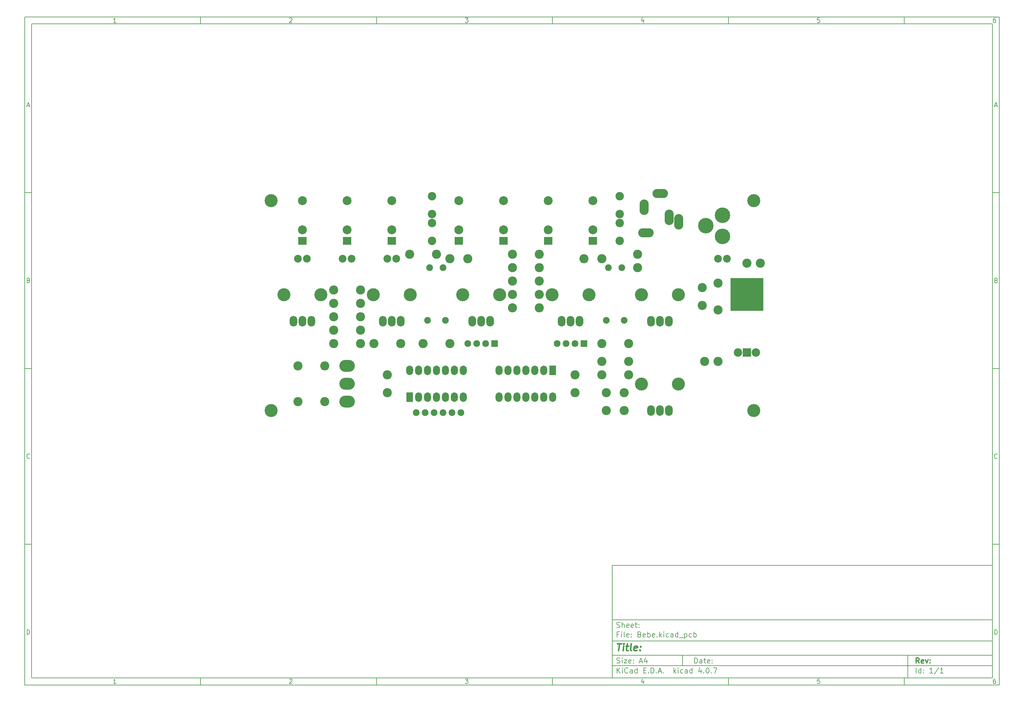
<source format=gbr>
G04 #@! TF.FileFunction,Soldermask,Bot*
%FSLAX46Y46*%
G04 Gerber Fmt 4.6, Leading zero omitted, Abs format (unit mm)*
G04 Created by KiCad (PCBNEW 4.0.7) date 12/03/19 08:57:21*
%MOMM*%
%LPD*%
G01*
G04 APERTURE LIST*
%ADD10C,0.100000*%
%ADD11C,0.150000*%
%ADD12C,0.300000*%
%ADD13C,0.400000*%
%ADD14O,4.400000X3.400000*%
%ADD15C,2.530000*%
%ADD16R,2.330000X2.230000*%
%ADD17C,2.600000*%
%ADD18R,1.974800X2.686000*%
%ADD19O,1.974800X2.686000*%
%ADD20R,1.920000X1.920000*%
%ADD21C,1.920000*%
%ADD22C,3.700000*%
%ADD23R,9.290000X9.290000*%
%ADD24C,2.400000*%
%ADD25R,2.400000X2.400000*%
%ADD26O,2.600000X4.400000*%
%ADD27O,4.400000X2.600000*%
%ADD28C,2.200000*%
%ADD29C,1.900000*%
%ADD30O,2.200000X3.000000*%
%ADD31C,4.400000*%
G04 APERTURE END LIST*
D10*
D11*
X177002200Y-166007200D02*
X177002200Y-198007200D01*
X285002200Y-198007200D01*
X285002200Y-166007200D01*
X177002200Y-166007200D01*
D10*
D11*
X10000000Y-10000000D02*
X10000000Y-200007200D01*
X287002200Y-200007200D01*
X287002200Y-10000000D01*
X10000000Y-10000000D01*
D10*
D11*
X12000000Y-12000000D02*
X12000000Y-198007200D01*
X285002200Y-198007200D01*
X285002200Y-12000000D01*
X12000000Y-12000000D01*
D10*
D11*
X60000000Y-12000000D02*
X60000000Y-10000000D01*
D10*
D11*
X110000000Y-12000000D02*
X110000000Y-10000000D01*
D10*
D11*
X160000000Y-12000000D02*
X160000000Y-10000000D01*
D10*
D11*
X210000000Y-12000000D02*
X210000000Y-10000000D01*
D10*
D11*
X260000000Y-12000000D02*
X260000000Y-10000000D01*
D10*
D11*
X35990476Y-11588095D02*
X35247619Y-11588095D01*
X35619048Y-11588095D02*
X35619048Y-10288095D01*
X35495238Y-10473810D01*
X35371429Y-10597619D01*
X35247619Y-10659524D01*
D10*
D11*
X85247619Y-10411905D02*
X85309524Y-10350000D01*
X85433333Y-10288095D01*
X85742857Y-10288095D01*
X85866667Y-10350000D01*
X85928571Y-10411905D01*
X85990476Y-10535714D01*
X85990476Y-10659524D01*
X85928571Y-10845238D01*
X85185714Y-11588095D01*
X85990476Y-11588095D01*
D10*
D11*
X135185714Y-10288095D02*
X135990476Y-10288095D01*
X135557143Y-10783333D01*
X135742857Y-10783333D01*
X135866667Y-10845238D01*
X135928571Y-10907143D01*
X135990476Y-11030952D01*
X135990476Y-11340476D01*
X135928571Y-11464286D01*
X135866667Y-11526190D01*
X135742857Y-11588095D01*
X135371429Y-11588095D01*
X135247619Y-11526190D01*
X135185714Y-11464286D01*
D10*
D11*
X185866667Y-10721429D02*
X185866667Y-11588095D01*
X185557143Y-10226190D02*
X185247619Y-11154762D01*
X186052381Y-11154762D01*
D10*
D11*
X235928571Y-10288095D02*
X235309524Y-10288095D01*
X235247619Y-10907143D01*
X235309524Y-10845238D01*
X235433333Y-10783333D01*
X235742857Y-10783333D01*
X235866667Y-10845238D01*
X235928571Y-10907143D01*
X235990476Y-11030952D01*
X235990476Y-11340476D01*
X235928571Y-11464286D01*
X235866667Y-11526190D01*
X235742857Y-11588095D01*
X235433333Y-11588095D01*
X235309524Y-11526190D01*
X235247619Y-11464286D01*
D10*
D11*
X285866667Y-10288095D02*
X285619048Y-10288095D01*
X285495238Y-10350000D01*
X285433333Y-10411905D01*
X285309524Y-10597619D01*
X285247619Y-10845238D01*
X285247619Y-11340476D01*
X285309524Y-11464286D01*
X285371429Y-11526190D01*
X285495238Y-11588095D01*
X285742857Y-11588095D01*
X285866667Y-11526190D01*
X285928571Y-11464286D01*
X285990476Y-11340476D01*
X285990476Y-11030952D01*
X285928571Y-10907143D01*
X285866667Y-10845238D01*
X285742857Y-10783333D01*
X285495238Y-10783333D01*
X285371429Y-10845238D01*
X285309524Y-10907143D01*
X285247619Y-11030952D01*
D10*
D11*
X60000000Y-198007200D02*
X60000000Y-200007200D01*
D10*
D11*
X110000000Y-198007200D02*
X110000000Y-200007200D01*
D10*
D11*
X160000000Y-198007200D02*
X160000000Y-200007200D01*
D10*
D11*
X210000000Y-198007200D02*
X210000000Y-200007200D01*
D10*
D11*
X260000000Y-198007200D02*
X260000000Y-200007200D01*
D10*
D11*
X35990476Y-199595295D02*
X35247619Y-199595295D01*
X35619048Y-199595295D02*
X35619048Y-198295295D01*
X35495238Y-198481010D01*
X35371429Y-198604819D01*
X35247619Y-198666724D01*
D10*
D11*
X85247619Y-198419105D02*
X85309524Y-198357200D01*
X85433333Y-198295295D01*
X85742857Y-198295295D01*
X85866667Y-198357200D01*
X85928571Y-198419105D01*
X85990476Y-198542914D01*
X85990476Y-198666724D01*
X85928571Y-198852438D01*
X85185714Y-199595295D01*
X85990476Y-199595295D01*
D10*
D11*
X135185714Y-198295295D02*
X135990476Y-198295295D01*
X135557143Y-198790533D01*
X135742857Y-198790533D01*
X135866667Y-198852438D01*
X135928571Y-198914343D01*
X135990476Y-199038152D01*
X135990476Y-199347676D01*
X135928571Y-199471486D01*
X135866667Y-199533390D01*
X135742857Y-199595295D01*
X135371429Y-199595295D01*
X135247619Y-199533390D01*
X135185714Y-199471486D01*
D10*
D11*
X185866667Y-198728629D02*
X185866667Y-199595295D01*
X185557143Y-198233390D02*
X185247619Y-199161962D01*
X186052381Y-199161962D01*
D10*
D11*
X235928571Y-198295295D02*
X235309524Y-198295295D01*
X235247619Y-198914343D01*
X235309524Y-198852438D01*
X235433333Y-198790533D01*
X235742857Y-198790533D01*
X235866667Y-198852438D01*
X235928571Y-198914343D01*
X235990476Y-199038152D01*
X235990476Y-199347676D01*
X235928571Y-199471486D01*
X235866667Y-199533390D01*
X235742857Y-199595295D01*
X235433333Y-199595295D01*
X235309524Y-199533390D01*
X235247619Y-199471486D01*
D10*
D11*
X285866667Y-198295295D02*
X285619048Y-198295295D01*
X285495238Y-198357200D01*
X285433333Y-198419105D01*
X285309524Y-198604819D01*
X285247619Y-198852438D01*
X285247619Y-199347676D01*
X285309524Y-199471486D01*
X285371429Y-199533390D01*
X285495238Y-199595295D01*
X285742857Y-199595295D01*
X285866667Y-199533390D01*
X285928571Y-199471486D01*
X285990476Y-199347676D01*
X285990476Y-199038152D01*
X285928571Y-198914343D01*
X285866667Y-198852438D01*
X285742857Y-198790533D01*
X285495238Y-198790533D01*
X285371429Y-198852438D01*
X285309524Y-198914343D01*
X285247619Y-199038152D01*
D10*
D11*
X10000000Y-60000000D02*
X12000000Y-60000000D01*
D10*
D11*
X10000000Y-110000000D02*
X12000000Y-110000000D01*
D10*
D11*
X10000000Y-160000000D02*
X12000000Y-160000000D01*
D10*
D11*
X10690476Y-35216667D02*
X11309524Y-35216667D01*
X10566667Y-35588095D02*
X11000000Y-34288095D01*
X11433333Y-35588095D01*
D10*
D11*
X11092857Y-84907143D02*
X11278571Y-84969048D01*
X11340476Y-85030952D01*
X11402381Y-85154762D01*
X11402381Y-85340476D01*
X11340476Y-85464286D01*
X11278571Y-85526190D01*
X11154762Y-85588095D01*
X10659524Y-85588095D01*
X10659524Y-84288095D01*
X11092857Y-84288095D01*
X11216667Y-84350000D01*
X11278571Y-84411905D01*
X11340476Y-84535714D01*
X11340476Y-84659524D01*
X11278571Y-84783333D01*
X11216667Y-84845238D01*
X11092857Y-84907143D01*
X10659524Y-84907143D01*
D10*
D11*
X11402381Y-135464286D02*
X11340476Y-135526190D01*
X11154762Y-135588095D01*
X11030952Y-135588095D01*
X10845238Y-135526190D01*
X10721429Y-135402381D01*
X10659524Y-135278571D01*
X10597619Y-135030952D01*
X10597619Y-134845238D01*
X10659524Y-134597619D01*
X10721429Y-134473810D01*
X10845238Y-134350000D01*
X11030952Y-134288095D01*
X11154762Y-134288095D01*
X11340476Y-134350000D01*
X11402381Y-134411905D01*
D10*
D11*
X10659524Y-185588095D02*
X10659524Y-184288095D01*
X10969048Y-184288095D01*
X11154762Y-184350000D01*
X11278571Y-184473810D01*
X11340476Y-184597619D01*
X11402381Y-184845238D01*
X11402381Y-185030952D01*
X11340476Y-185278571D01*
X11278571Y-185402381D01*
X11154762Y-185526190D01*
X10969048Y-185588095D01*
X10659524Y-185588095D01*
D10*
D11*
X287002200Y-60000000D02*
X285002200Y-60000000D01*
D10*
D11*
X287002200Y-110000000D02*
X285002200Y-110000000D01*
D10*
D11*
X287002200Y-160000000D02*
X285002200Y-160000000D01*
D10*
D11*
X285692676Y-35216667D02*
X286311724Y-35216667D01*
X285568867Y-35588095D02*
X286002200Y-34288095D01*
X286435533Y-35588095D01*
D10*
D11*
X286095057Y-84907143D02*
X286280771Y-84969048D01*
X286342676Y-85030952D01*
X286404581Y-85154762D01*
X286404581Y-85340476D01*
X286342676Y-85464286D01*
X286280771Y-85526190D01*
X286156962Y-85588095D01*
X285661724Y-85588095D01*
X285661724Y-84288095D01*
X286095057Y-84288095D01*
X286218867Y-84350000D01*
X286280771Y-84411905D01*
X286342676Y-84535714D01*
X286342676Y-84659524D01*
X286280771Y-84783333D01*
X286218867Y-84845238D01*
X286095057Y-84907143D01*
X285661724Y-84907143D01*
D10*
D11*
X286404581Y-135464286D02*
X286342676Y-135526190D01*
X286156962Y-135588095D01*
X286033152Y-135588095D01*
X285847438Y-135526190D01*
X285723629Y-135402381D01*
X285661724Y-135278571D01*
X285599819Y-135030952D01*
X285599819Y-134845238D01*
X285661724Y-134597619D01*
X285723629Y-134473810D01*
X285847438Y-134350000D01*
X286033152Y-134288095D01*
X286156962Y-134288095D01*
X286342676Y-134350000D01*
X286404581Y-134411905D01*
D10*
D11*
X285661724Y-185588095D02*
X285661724Y-184288095D01*
X285971248Y-184288095D01*
X286156962Y-184350000D01*
X286280771Y-184473810D01*
X286342676Y-184597619D01*
X286404581Y-184845238D01*
X286404581Y-185030952D01*
X286342676Y-185278571D01*
X286280771Y-185402381D01*
X286156962Y-185526190D01*
X285971248Y-185588095D01*
X285661724Y-185588095D01*
D10*
D11*
X200359343Y-193785771D02*
X200359343Y-192285771D01*
X200716486Y-192285771D01*
X200930771Y-192357200D01*
X201073629Y-192500057D01*
X201145057Y-192642914D01*
X201216486Y-192928629D01*
X201216486Y-193142914D01*
X201145057Y-193428629D01*
X201073629Y-193571486D01*
X200930771Y-193714343D01*
X200716486Y-193785771D01*
X200359343Y-193785771D01*
X202502200Y-193785771D02*
X202502200Y-193000057D01*
X202430771Y-192857200D01*
X202287914Y-192785771D01*
X202002200Y-192785771D01*
X201859343Y-192857200D01*
X202502200Y-193714343D02*
X202359343Y-193785771D01*
X202002200Y-193785771D01*
X201859343Y-193714343D01*
X201787914Y-193571486D01*
X201787914Y-193428629D01*
X201859343Y-193285771D01*
X202002200Y-193214343D01*
X202359343Y-193214343D01*
X202502200Y-193142914D01*
X203002200Y-192785771D02*
X203573629Y-192785771D01*
X203216486Y-192285771D02*
X203216486Y-193571486D01*
X203287914Y-193714343D01*
X203430772Y-193785771D01*
X203573629Y-193785771D01*
X204645057Y-193714343D02*
X204502200Y-193785771D01*
X204216486Y-193785771D01*
X204073629Y-193714343D01*
X204002200Y-193571486D01*
X204002200Y-193000057D01*
X204073629Y-192857200D01*
X204216486Y-192785771D01*
X204502200Y-192785771D01*
X204645057Y-192857200D01*
X204716486Y-193000057D01*
X204716486Y-193142914D01*
X204002200Y-193285771D01*
X205359343Y-193642914D02*
X205430771Y-193714343D01*
X205359343Y-193785771D01*
X205287914Y-193714343D01*
X205359343Y-193642914D01*
X205359343Y-193785771D01*
X205359343Y-192857200D02*
X205430771Y-192928629D01*
X205359343Y-193000057D01*
X205287914Y-192928629D01*
X205359343Y-192857200D01*
X205359343Y-193000057D01*
D10*
D11*
X177002200Y-194507200D02*
X285002200Y-194507200D01*
D10*
D11*
X178359343Y-196585771D02*
X178359343Y-195085771D01*
X179216486Y-196585771D02*
X178573629Y-195728629D01*
X179216486Y-195085771D02*
X178359343Y-195942914D01*
X179859343Y-196585771D02*
X179859343Y-195585771D01*
X179859343Y-195085771D02*
X179787914Y-195157200D01*
X179859343Y-195228629D01*
X179930771Y-195157200D01*
X179859343Y-195085771D01*
X179859343Y-195228629D01*
X181430772Y-196442914D02*
X181359343Y-196514343D01*
X181145057Y-196585771D01*
X181002200Y-196585771D01*
X180787915Y-196514343D01*
X180645057Y-196371486D01*
X180573629Y-196228629D01*
X180502200Y-195942914D01*
X180502200Y-195728629D01*
X180573629Y-195442914D01*
X180645057Y-195300057D01*
X180787915Y-195157200D01*
X181002200Y-195085771D01*
X181145057Y-195085771D01*
X181359343Y-195157200D01*
X181430772Y-195228629D01*
X182716486Y-196585771D02*
X182716486Y-195800057D01*
X182645057Y-195657200D01*
X182502200Y-195585771D01*
X182216486Y-195585771D01*
X182073629Y-195657200D01*
X182716486Y-196514343D02*
X182573629Y-196585771D01*
X182216486Y-196585771D01*
X182073629Y-196514343D01*
X182002200Y-196371486D01*
X182002200Y-196228629D01*
X182073629Y-196085771D01*
X182216486Y-196014343D01*
X182573629Y-196014343D01*
X182716486Y-195942914D01*
X184073629Y-196585771D02*
X184073629Y-195085771D01*
X184073629Y-196514343D02*
X183930772Y-196585771D01*
X183645058Y-196585771D01*
X183502200Y-196514343D01*
X183430772Y-196442914D01*
X183359343Y-196300057D01*
X183359343Y-195871486D01*
X183430772Y-195728629D01*
X183502200Y-195657200D01*
X183645058Y-195585771D01*
X183930772Y-195585771D01*
X184073629Y-195657200D01*
X185930772Y-195800057D02*
X186430772Y-195800057D01*
X186645058Y-196585771D02*
X185930772Y-196585771D01*
X185930772Y-195085771D01*
X186645058Y-195085771D01*
X187287915Y-196442914D02*
X187359343Y-196514343D01*
X187287915Y-196585771D01*
X187216486Y-196514343D01*
X187287915Y-196442914D01*
X187287915Y-196585771D01*
X188002201Y-196585771D02*
X188002201Y-195085771D01*
X188359344Y-195085771D01*
X188573629Y-195157200D01*
X188716487Y-195300057D01*
X188787915Y-195442914D01*
X188859344Y-195728629D01*
X188859344Y-195942914D01*
X188787915Y-196228629D01*
X188716487Y-196371486D01*
X188573629Y-196514343D01*
X188359344Y-196585771D01*
X188002201Y-196585771D01*
X189502201Y-196442914D02*
X189573629Y-196514343D01*
X189502201Y-196585771D01*
X189430772Y-196514343D01*
X189502201Y-196442914D01*
X189502201Y-196585771D01*
X190145058Y-196157200D02*
X190859344Y-196157200D01*
X190002201Y-196585771D02*
X190502201Y-195085771D01*
X191002201Y-196585771D01*
X191502201Y-196442914D02*
X191573629Y-196514343D01*
X191502201Y-196585771D01*
X191430772Y-196514343D01*
X191502201Y-196442914D01*
X191502201Y-196585771D01*
X194502201Y-196585771D02*
X194502201Y-195085771D01*
X194645058Y-196014343D02*
X195073629Y-196585771D01*
X195073629Y-195585771D02*
X194502201Y-196157200D01*
X195716487Y-196585771D02*
X195716487Y-195585771D01*
X195716487Y-195085771D02*
X195645058Y-195157200D01*
X195716487Y-195228629D01*
X195787915Y-195157200D01*
X195716487Y-195085771D01*
X195716487Y-195228629D01*
X197073630Y-196514343D02*
X196930773Y-196585771D01*
X196645059Y-196585771D01*
X196502201Y-196514343D01*
X196430773Y-196442914D01*
X196359344Y-196300057D01*
X196359344Y-195871486D01*
X196430773Y-195728629D01*
X196502201Y-195657200D01*
X196645059Y-195585771D01*
X196930773Y-195585771D01*
X197073630Y-195657200D01*
X198359344Y-196585771D02*
X198359344Y-195800057D01*
X198287915Y-195657200D01*
X198145058Y-195585771D01*
X197859344Y-195585771D01*
X197716487Y-195657200D01*
X198359344Y-196514343D02*
X198216487Y-196585771D01*
X197859344Y-196585771D01*
X197716487Y-196514343D01*
X197645058Y-196371486D01*
X197645058Y-196228629D01*
X197716487Y-196085771D01*
X197859344Y-196014343D01*
X198216487Y-196014343D01*
X198359344Y-195942914D01*
X199716487Y-196585771D02*
X199716487Y-195085771D01*
X199716487Y-196514343D02*
X199573630Y-196585771D01*
X199287916Y-196585771D01*
X199145058Y-196514343D01*
X199073630Y-196442914D01*
X199002201Y-196300057D01*
X199002201Y-195871486D01*
X199073630Y-195728629D01*
X199145058Y-195657200D01*
X199287916Y-195585771D01*
X199573630Y-195585771D01*
X199716487Y-195657200D01*
X202216487Y-195585771D02*
X202216487Y-196585771D01*
X201859344Y-195014343D02*
X201502201Y-196085771D01*
X202430773Y-196085771D01*
X203002201Y-196442914D02*
X203073629Y-196514343D01*
X203002201Y-196585771D01*
X202930772Y-196514343D01*
X203002201Y-196442914D01*
X203002201Y-196585771D01*
X204002201Y-195085771D02*
X204145058Y-195085771D01*
X204287915Y-195157200D01*
X204359344Y-195228629D01*
X204430773Y-195371486D01*
X204502201Y-195657200D01*
X204502201Y-196014343D01*
X204430773Y-196300057D01*
X204359344Y-196442914D01*
X204287915Y-196514343D01*
X204145058Y-196585771D01*
X204002201Y-196585771D01*
X203859344Y-196514343D01*
X203787915Y-196442914D01*
X203716487Y-196300057D01*
X203645058Y-196014343D01*
X203645058Y-195657200D01*
X203716487Y-195371486D01*
X203787915Y-195228629D01*
X203859344Y-195157200D01*
X204002201Y-195085771D01*
X205145058Y-196442914D02*
X205216486Y-196514343D01*
X205145058Y-196585771D01*
X205073629Y-196514343D01*
X205145058Y-196442914D01*
X205145058Y-196585771D01*
X205716487Y-195085771D02*
X206716487Y-195085771D01*
X206073630Y-196585771D01*
D10*
D11*
X177002200Y-191507200D02*
X285002200Y-191507200D01*
D10*
D12*
X264216486Y-193785771D02*
X263716486Y-193071486D01*
X263359343Y-193785771D02*
X263359343Y-192285771D01*
X263930771Y-192285771D01*
X264073629Y-192357200D01*
X264145057Y-192428629D01*
X264216486Y-192571486D01*
X264216486Y-192785771D01*
X264145057Y-192928629D01*
X264073629Y-193000057D01*
X263930771Y-193071486D01*
X263359343Y-193071486D01*
X265430771Y-193714343D02*
X265287914Y-193785771D01*
X265002200Y-193785771D01*
X264859343Y-193714343D01*
X264787914Y-193571486D01*
X264787914Y-193000057D01*
X264859343Y-192857200D01*
X265002200Y-192785771D01*
X265287914Y-192785771D01*
X265430771Y-192857200D01*
X265502200Y-193000057D01*
X265502200Y-193142914D01*
X264787914Y-193285771D01*
X266002200Y-192785771D02*
X266359343Y-193785771D01*
X266716485Y-192785771D01*
X267287914Y-193642914D02*
X267359342Y-193714343D01*
X267287914Y-193785771D01*
X267216485Y-193714343D01*
X267287914Y-193642914D01*
X267287914Y-193785771D01*
X267287914Y-192857200D02*
X267359342Y-192928629D01*
X267287914Y-193000057D01*
X267216485Y-192928629D01*
X267287914Y-192857200D01*
X267287914Y-193000057D01*
D10*
D11*
X178287914Y-193714343D02*
X178502200Y-193785771D01*
X178859343Y-193785771D01*
X179002200Y-193714343D01*
X179073629Y-193642914D01*
X179145057Y-193500057D01*
X179145057Y-193357200D01*
X179073629Y-193214343D01*
X179002200Y-193142914D01*
X178859343Y-193071486D01*
X178573629Y-193000057D01*
X178430771Y-192928629D01*
X178359343Y-192857200D01*
X178287914Y-192714343D01*
X178287914Y-192571486D01*
X178359343Y-192428629D01*
X178430771Y-192357200D01*
X178573629Y-192285771D01*
X178930771Y-192285771D01*
X179145057Y-192357200D01*
X179787914Y-193785771D02*
X179787914Y-192785771D01*
X179787914Y-192285771D02*
X179716485Y-192357200D01*
X179787914Y-192428629D01*
X179859342Y-192357200D01*
X179787914Y-192285771D01*
X179787914Y-192428629D01*
X180359343Y-192785771D02*
X181145057Y-192785771D01*
X180359343Y-193785771D01*
X181145057Y-193785771D01*
X182287914Y-193714343D02*
X182145057Y-193785771D01*
X181859343Y-193785771D01*
X181716486Y-193714343D01*
X181645057Y-193571486D01*
X181645057Y-193000057D01*
X181716486Y-192857200D01*
X181859343Y-192785771D01*
X182145057Y-192785771D01*
X182287914Y-192857200D01*
X182359343Y-193000057D01*
X182359343Y-193142914D01*
X181645057Y-193285771D01*
X183002200Y-193642914D02*
X183073628Y-193714343D01*
X183002200Y-193785771D01*
X182930771Y-193714343D01*
X183002200Y-193642914D01*
X183002200Y-193785771D01*
X183002200Y-192857200D02*
X183073628Y-192928629D01*
X183002200Y-193000057D01*
X182930771Y-192928629D01*
X183002200Y-192857200D01*
X183002200Y-193000057D01*
X184787914Y-193357200D02*
X185502200Y-193357200D01*
X184645057Y-193785771D02*
X185145057Y-192285771D01*
X185645057Y-193785771D01*
X186787914Y-192785771D02*
X186787914Y-193785771D01*
X186430771Y-192214343D02*
X186073628Y-193285771D01*
X187002200Y-193285771D01*
D10*
D11*
X263359343Y-196585771D02*
X263359343Y-195085771D01*
X264716486Y-196585771D02*
X264716486Y-195085771D01*
X264716486Y-196514343D02*
X264573629Y-196585771D01*
X264287915Y-196585771D01*
X264145057Y-196514343D01*
X264073629Y-196442914D01*
X264002200Y-196300057D01*
X264002200Y-195871486D01*
X264073629Y-195728629D01*
X264145057Y-195657200D01*
X264287915Y-195585771D01*
X264573629Y-195585771D01*
X264716486Y-195657200D01*
X265430772Y-196442914D02*
X265502200Y-196514343D01*
X265430772Y-196585771D01*
X265359343Y-196514343D01*
X265430772Y-196442914D01*
X265430772Y-196585771D01*
X265430772Y-195657200D02*
X265502200Y-195728629D01*
X265430772Y-195800057D01*
X265359343Y-195728629D01*
X265430772Y-195657200D01*
X265430772Y-195800057D01*
X268073629Y-196585771D02*
X267216486Y-196585771D01*
X267645058Y-196585771D02*
X267645058Y-195085771D01*
X267502201Y-195300057D01*
X267359343Y-195442914D01*
X267216486Y-195514343D01*
X269787914Y-195014343D02*
X268502200Y-196942914D01*
X271073629Y-196585771D02*
X270216486Y-196585771D01*
X270645058Y-196585771D02*
X270645058Y-195085771D01*
X270502201Y-195300057D01*
X270359343Y-195442914D01*
X270216486Y-195514343D01*
D10*
D11*
X177002200Y-187507200D02*
X285002200Y-187507200D01*
D10*
D13*
X178454581Y-188211962D02*
X179597438Y-188211962D01*
X178776010Y-190211962D02*
X179026010Y-188211962D01*
X180014105Y-190211962D02*
X180180771Y-188878629D01*
X180264105Y-188211962D02*
X180156962Y-188307200D01*
X180240295Y-188402438D01*
X180347439Y-188307200D01*
X180264105Y-188211962D01*
X180240295Y-188402438D01*
X180847438Y-188878629D02*
X181609343Y-188878629D01*
X181216486Y-188211962D02*
X181002200Y-189926248D01*
X181073630Y-190116724D01*
X181252201Y-190211962D01*
X181442677Y-190211962D01*
X182395058Y-190211962D02*
X182216487Y-190116724D01*
X182145057Y-189926248D01*
X182359343Y-188211962D01*
X183930772Y-190116724D02*
X183728391Y-190211962D01*
X183347439Y-190211962D01*
X183168867Y-190116724D01*
X183097438Y-189926248D01*
X183192676Y-189164343D01*
X183311724Y-188973867D01*
X183514105Y-188878629D01*
X183895057Y-188878629D01*
X184073629Y-188973867D01*
X184145057Y-189164343D01*
X184121248Y-189354819D01*
X183145057Y-189545295D01*
X184895057Y-190021486D02*
X184978392Y-190116724D01*
X184871248Y-190211962D01*
X184787915Y-190116724D01*
X184895057Y-190021486D01*
X184871248Y-190211962D01*
X185026010Y-188973867D02*
X185109344Y-189069105D01*
X185002200Y-189164343D01*
X184918867Y-189069105D01*
X185026010Y-188973867D01*
X185002200Y-189164343D01*
D10*
D11*
X178859343Y-185600057D02*
X178359343Y-185600057D01*
X178359343Y-186385771D02*
X178359343Y-184885771D01*
X179073629Y-184885771D01*
X179645057Y-186385771D02*
X179645057Y-185385771D01*
X179645057Y-184885771D02*
X179573628Y-184957200D01*
X179645057Y-185028629D01*
X179716485Y-184957200D01*
X179645057Y-184885771D01*
X179645057Y-185028629D01*
X180573629Y-186385771D02*
X180430771Y-186314343D01*
X180359343Y-186171486D01*
X180359343Y-184885771D01*
X181716485Y-186314343D02*
X181573628Y-186385771D01*
X181287914Y-186385771D01*
X181145057Y-186314343D01*
X181073628Y-186171486D01*
X181073628Y-185600057D01*
X181145057Y-185457200D01*
X181287914Y-185385771D01*
X181573628Y-185385771D01*
X181716485Y-185457200D01*
X181787914Y-185600057D01*
X181787914Y-185742914D01*
X181073628Y-185885771D01*
X182430771Y-186242914D02*
X182502199Y-186314343D01*
X182430771Y-186385771D01*
X182359342Y-186314343D01*
X182430771Y-186242914D01*
X182430771Y-186385771D01*
X182430771Y-185457200D02*
X182502199Y-185528629D01*
X182430771Y-185600057D01*
X182359342Y-185528629D01*
X182430771Y-185457200D01*
X182430771Y-185600057D01*
X184787914Y-185600057D02*
X185002200Y-185671486D01*
X185073628Y-185742914D01*
X185145057Y-185885771D01*
X185145057Y-186100057D01*
X185073628Y-186242914D01*
X185002200Y-186314343D01*
X184859342Y-186385771D01*
X184287914Y-186385771D01*
X184287914Y-184885771D01*
X184787914Y-184885771D01*
X184930771Y-184957200D01*
X185002200Y-185028629D01*
X185073628Y-185171486D01*
X185073628Y-185314343D01*
X185002200Y-185457200D01*
X184930771Y-185528629D01*
X184787914Y-185600057D01*
X184287914Y-185600057D01*
X186359342Y-186314343D02*
X186216485Y-186385771D01*
X185930771Y-186385771D01*
X185787914Y-186314343D01*
X185716485Y-186171486D01*
X185716485Y-185600057D01*
X185787914Y-185457200D01*
X185930771Y-185385771D01*
X186216485Y-185385771D01*
X186359342Y-185457200D01*
X186430771Y-185600057D01*
X186430771Y-185742914D01*
X185716485Y-185885771D01*
X187073628Y-186385771D02*
X187073628Y-184885771D01*
X187073628Y-185457200D02*
X187216485Y-185385771D01*
X187502199Y-185385771D01*
X187645056Y-185457200D01*
X187716485Y-185528629D01*
X187787914Y-185671486D01*
X187787914Y-186100057D01*
X187716485Y-186242914D01*
X187645056Y-186314343D01*
X187502199Y-186385771D01*
X187216485Y-186385771D01*
X187073628Y-186314343D01*
X189002199Y-186314343D02*
X188859342Y-186385771D01*
X188573628Y-186385771D01*
X188430771Y-186314343D01*
X188359342Y-186171486D01*
X188359342Y-185600057D01*
X188430771Y-185457200D01*
X188573628Y-185385771D01*
X188859342Y-185385771D01*
X189002199Y-185457200D01*
X189073628Y-185600057D01*
X189073628Y-185742914D01*
X188359342Y-185885771D01*
X189716485Y-186242914D02*
X189787913Y-186314343D01*
X189716485Y-186385771D01*
X189645056Y-186314343D01*
X189716485Y-186242914D01*
X189716485Y-186385771D01*
X190430771Y-186385771D02*
X190430771Y-184885771D01*
X190573628Y-185814343D02*
X191002199Y-186385771D01*
X191002199Y-185385771D02*
X190430771Y-185957200D01*
X191645057Y-186385771D02*
X191645057Y-185385771D01*
X191645057Y-184885771D02*
X191573628Y-184957200D01*
X191645057Y-185028629D01*
X191716485Y-184957200D01*
X191645057Y-184885771D01*
X191645057Y-185028629D01*
X193002200Y-186314343D02*
X192859343Y-186385771D01*
X192573629Y-186385771D01*
X192430771Y-186314343D01*
X192359343Y-186242914D01*
X192287914Y-186100057D01*
X192287914Y-185671486D01*
X192359343Y-185528629D01*
X192430771Y-185457200D01*
X192573629Y-185385771D01*
X192859343Y-185385771D01*
X193002200Y-185457200D01*
X194287914Y-186385771D02*
X194287914Y-185600057D01*
X194216485Y-185457200D01*
X194073628Y-185385771D01*
X193787914Y-185385771D01*
X193645057Y-185457200D01*
X194287914Y-186314343D02*
X194145057Y-186385771D01*
X193787914Y-186385771D01*
X193645057Y-186314343D01*
X193573628Y-186171486D01*
X193573628Y-186028629D01*
X193645057Y-185885771D01*
X193787914Y-185814343D01*
X194145057Y-185814343D01*
X194287914Y-185742914D01*
X195645057Y-186385771D02*
X195645057Y-184885771D01*
X195645057Y-186314343D02*
X195502200Y-186385771D01*
X195216486Y-186385771D01*
X195073628Y-186314343D01*
X195002200Y-186242914D01*
X194930771Y-186100057D01*
X194930771Y-185671486D01*
X195002200Y-185528629D01*
X195073628Y-185457200D01*
X195216486Y-185385771D01*
X195502200Y-185385771D01*
X195645057Y-185457200D01*
X196002200Y-186528629D02*
X197145057Y-186528629D01*
X197502200Y-185385771D02*
X197502200Y-186885771D01*
X197502200Y-185457200D02*
X197645057Y-185385771D01*
X197930771Y-185385771D01*
X198073628Y-185457200D01*
X198145057Y-185528629D01*
X198216486Y-185671486D01*
X198216486Y-186100057D01*
X198145057Y-186242914D01*
X198073628Y-186314343D01*
X197930771Y-186385771D01*
X197645057Y-186385771D01*
X197502200Y-186314343D01*
X199502200Y-186314343D02*
X199359343Y-186385771D01*
X199073629Y-186385771D01*
X198930771Y-186314343D01*
X198859343Y-186242914D01*
X198787914Y-186100057D01*
X198787914Y-185671486D01*
X198859343Y-185528629D01*
X198930771Y-185457200D01*
X199073629Y-185385771D01*
X199359343Y-185385771D01*
X199502200Y-185457200D01*
X200145057Y-186385771D02*
X200145057Y-184885771D01*
X200145057Y-185457200D02*
X200287914Y-185385771D01*
X200573628Y-185385771D01*
X200716485Y-185457200D01*
X200787914Y-185528629D01*
X200859343Y-185671486D01*
X200859343Y-186100057D01*
X200787914Y-186242914D01*
X200716485Y-186314343D01*
X200573628Y-186385771D01*
X200287914Y-186385771D01*
X200145057Y-186314343D01*
D10*
D11*
X177002200Y-181507200D02*
X285002200Y-181507200D01*
D10*
D11*
X178287914Y-183614343D02*
X178502200Y-183685771D01*
X178859343Y-183685771D01*
X179002200Y-183614343D01*
X179073629Y-183542914D01*
X179145057Y-183400057D01*
X179145057Y-183257200D01*
X179073629Y-183114343D01*
X179002200Y-183042914D01*
X178859343Y-182971486D01*
X178573629Y-182900057D01*
X178430771Y-182828629D01*
X178359343Y-182757200D01*
X178287914Y-182614343D01*
X178287914Y-182471486D01*
X178359343Y-182328629D01*
X178430771Y-182257200D01*
X178573629Y-182185771D01*
X178930771Y-182185771D01*
X179145057Y-182257200D01*
X179787914Y-183685771D02*
X179787914Y-182185771D01*
X180430771Y-183685771D02*
X180430771Y-182900057D01*
X180359342Y-182757200D01*
X180216485Y-182685771D01*
X180002200Y-182685771D01*
X179859342Y-182757200D01*
X179787914Y-182828629D01*
X181716485Y-183614343D02*
X181573628Y-183685771D01*
X181287914Y-183685771D01*
X181145057Y-183614343D01*
X181073628Y-183471486D01*
X181073628Y-182900057D01*
X181145057Y-182757200D01*
X181287914Y-182685771D01*
X181573628Y-182685771D01*
X181716485Y-182757200D01*
X181787914Y-182900057D01*
X181787914Y-183042914D01*
X181073628Y-183185771D01*
X183002199Y-183614343D02*
X182859342Y-183685771D01*
X182573628Y-183685771D01*
X182430771Y-183614343D01*
X182359342Y-183471486D01*
X182359342Y-182900057D01*
X182430771Y-182757200D01*
X182573628Y-182685771D01*
X182859342Y-182685771D01*
X183002199Y-182757200D01*
X183073628Y-182900057D01*
X183073628Y-183042914D01*
X182359342Y-183185771D01*
X183502199Y-182685771D02*
X184073628Y-182685771D01*
X183716485Y-182185771D02*
X183716485Y-183471486D01*
X183787913Y-183614343D01*
X183930771Y-183685771D01*
X184073628Y-183685771D01*
X184573628Y-183542914D02*
X184645056Y-183614343D01*
X184573628Y-183685771D01*
X184502199Y-183614343D01*
X184573628Y-183542914D01*
X184573628Y-183685771D01*
X184573628Y-182757200D02*
X184645056Y-182828629D01*
X184573628Y-182900057D01*
X184502199Y-182828629D01*
X184573628Y-182757200D01*
X184573628Y-182900057D01*
D10*
D11*
X197002200Y-191507200D02*
X197002200Y-194507200D01*
D10*
D11*
X261002200Y-191507200D02*
X261002200Y-198007200D01*
D14*
X101600000Y-114300000D03*
X101600000Y-109220000D03*
X101600000Y-119380000D03*
D15*
X133350000Y-70560000D03*
D16*
X133350000Y-73660000D03*
D15*
X133350000Y-62260000D03*
D17*
X113030000Y-116840000D03*
X113030000Y-111760000D03*
X166370000Y-116840000D03*
X166370000Y-111760000D03*
X180340000Y-121920000D03*
X175260000Y-121920000D03*
X175260000Y-116840000D03*
X180340000Y-116840000D03*
X184150000Y-77470000D03*
X184150000Y-81280000D03*
X202565000Y-92075000D03*
X202565000Y-86995000D03*
X130810000Y-78740000D03*
X135890000Y-78740000D03*
X168910000Y-78740000D03*
X173990000Y-78740000D03*
X156210000Y-77470000D03*
X148590000Y-77470000D03*
X148590000Y-81280000D03*
X156210000Y-81280000D03*
X119380000Y-77470000D03*
X127000000Y-77470000D03*
X148590000Y-85090000D03*
X156210000Y-85090000D03*
X156210000Y-88900000D03*
X148590000Y-88900000D03*
X148590000Y-92710000D03*
X156210000Y-92710000D03*
X123190000Y-102870000D03*
X130810000Y-102870000D03*
X181610000Y-102870000D03*
X173990000Y-102870000D03*
X207010000Y-93345000D03*
X207010000Y-85725000D03*
X173990000Y-107950000D03*
X181610000Y-107950000D03*
X173990000Y-111760000D03*
X181610000Y-111760000D03*
X95250000Y-109220000D03*
X87630000Y-109220000D03*
X97790000Y-99060000D03*
X105410000Y-99060000D03*
X109220000Y-102870000D03*
X116840000Y-102870000D03*
X97790000Y-102870000D03*
X105410000Y-102870000D03*
X105410000Y-87630000D03*
X97790000Y-87630000D03*
X105410000Y-91440000D03*
X97790000Y-91440000D03*
X105410000Y-95250000D03*
X97790000Y-95250000D03*
D18*
X119380000Y-118110000D03*
D19*
X121920000Y-118110000D03*
X124460000Y-118110000D03*
X127000000Y-118110000D03*
X129540000Y-118110000D03*
X132080000Y-118110000D03*
X134620000Y-118110000D03*
X134620000Y-110490000D03*
X132080000Y-110490000D03*
X129540000Y-110490000D03*
X127000000Y-110490000D03*
X124460000Y-110490000D03*
X121920000Y-110490000D03*
X119380000Y-110490000D03*
D15*
X88900000Y-70560000D03*
D16*
X88900000Y-73660000D03*
D15*
X88900000Y-62260000D03*
D20*
X143510000Y-102870000D03*
D21*
X140970000Y-102870000D03*
X138430000Y-102870000D03*
X135890000Y-102870000D03*
D20*
X168910000Y-102870000D03*
D21*
X166370000Y-102870000D03*
X163830000Y-102870000D03*
X161290000Y-102870000D03*
D22*
X217170000Y-62230000D03*
X80010000Y-62230000D03*
X80010000Y-121920000D03*
X217170000Y-121920000D03*
D23*
X215265000Y-88900000D03*
D24*
X212725000Y-105410000D03*
D25*
X215265000Y-105410000D03*
D24*
X217805000Y-105410000D03*
D15*
X146050000Y-70560000D03*
D16*
X146050000Y-73660000D03*
D15*
X146050000Y-62260000D03*
X101600000Y-70560000D03*
D16*
X101600000Y-73660000D03*
D15*
X101600000Y-62260000D03*
X114300000Y-70560000D03*
D16*
X114300000Y-73660000D03*
D15*
X114300000Y-62260000D03*
X158750000Y-70560000D03*
D16*
X158750000Y-73660000D03*
D15*
X158750000Y-62260000D03*
X171450000Y-70560000D03*
D16*
X171450000Y-73660000D03*
D15*
X171450000Y-62260000D03*
D17*
X203200000Y-107950000D03*
X207010000Y-107950000D03*
X215265000Y-80010000D03*
X219075000Y-80010000D03*
D18*
X160020000Y-110490000D03*
D19*
X157480000Y-110490000D03*
X154940000Y-110490000D03*
X152400000Y-110490000D03*
X149860000Y-110490000D03*
X147320000Y-110490000D03*
X144780000Y-110490000D03*
X144780000Y-118110000D03*
X147320000Y-118110000D03*
X149860000Y-118110000D03*
X152400000Y-118110000D03*
X154940000Y-118110000D03*
X157480000Y-118110000D03*
X160020000Y-118110000D03*
D24*
X125730000Y-68580000D03*
X125730000Y-73660000D03*
X125730000Y-60960000D03*
X125730000Y-66040000D03*
X179070000Y-68580000D03*
X179070000Y-73660000D03*
X179070000Y-60960000D03*
X179070000Y-66040000D03*
D26*
X186055000Y-64135000D03*
D27*
X186555000Y-71435000D03*
D26*
X193155000Y-67035000D03*
X195855000Y-68235000D03*
D27*
X190655000Y-60235000D03*
D21*
X133985000Y-122555000D03*
X131445000Y-122555000D03*
X128905000Y-122555000D03*
X126365000Y-122555000D03*
X123825000Y-122555000D03*
X121285000Y-122555000D03*
D28*
X90170000Y-78740000D03*
X87630000Y-78740000D03*
X100330000Y-78740000D03*
X102870000Y-78740000D03*
X113030000Y-78740000D03*
X115570000Y-78740000D03*
X207010000Y-78740000D03*
X209550000Y-78740000D03*
D29*
X128905000Y-81280000D03*
X129545000Y-96280000D03*
X124465000Y-96280000D03*
X125105000Y-81280000D03*
X179705000Y-81280000D03*
X180345000Y-96280000D03*
X175265000Y-96280000D03*
X175905000Y-81280000D03*
D17*
X87630000Y-119380000D03*
X95250000Y-119380000D03*
D30*
X86360000Y-96520000D03*
X88900000Y-96520000D03*
X91440000Y-96520000D03*
D22*
X83650000Y-89020000D03*
X94150000Y-89020000D03*
D30*
X111760000Y-96520000D03*
X114300000Y-96520000D03*
X116840000Y-96520000D03*
D22*
X109050000Y-89020000D03*
X119550000Y-89020000D03*
D30*
X137160000Y-96520000D03*
X139700000Y-96520000D03*
X142240000Y-96520000D03*
D22*
X134450000Y-89020000D03*
X144950000Y-89020000D03*
D30*
X162560000Y-96520000D03*
X165100000Y-96520000D03*
X167640000Y-96520000D03*
D22*
X159850000Y-89020000D03*
X170350000Y-89020000D03*
D30*
X187960000Y-96520000D03*
X190500000Y-96520000D03*
X193040000Y-96520000D03*
D22*
X185250000Y-89020000D03*
X195750000Y-89020000D03*
D30*
X187960000Y-121920000D03*
X190500000Y-121920000D03*
X193040000Y-121920000D03*
D22*
X185250000Y-114420000D03*
X195750000Y-114420000D03*
D31*
X208280000Y-72390000D03*
X208280000Y-66390000D03*
X203580000Y-69390000D03*
M02*

</source>
